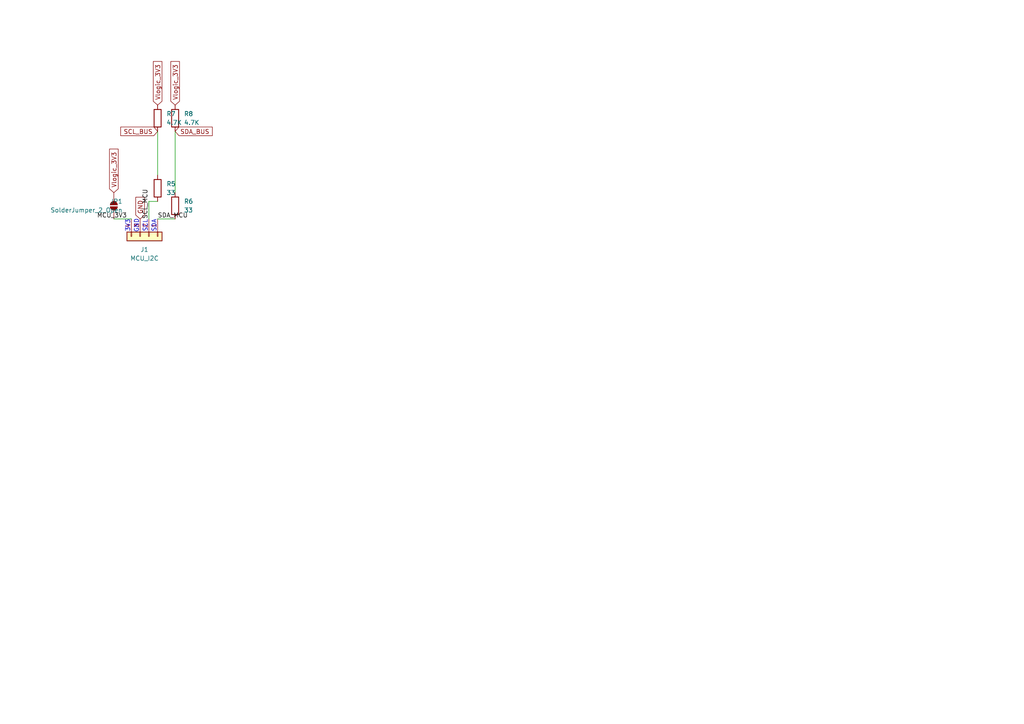
<source format=kicad_sch>
(kicad_sch
	(version 20250114)
	(generator "eeschema")
	(generator_version "9.0")
	(uuid "bc5e802d-00e3-45d5-a029-e78f4234400d")
	(paper "A4")
	(lib_symbols
		(symbol "Connector_Generic:Conn_01x04"
			(pin_names
				(offset 1.016)
				(hide yes)
			)
			(exclude_from_sim no)
			(in_bom yes)
			(on_board yes)
			(property "Reference" "J"
				(at 0 5.08 0)
				(effects
					(font
						(size 1.27 1.27)
					)
				)
			)
			(property "Value" "Conn_01x04"
				(at 0 -7.62 0)
				(effects
					(font
						(size 1.27 1.27)
					)
				)
			)
			(property "Footprint" ""
				(at 0 0 0)
				(effects
					(font
						(size 1.27 1.27)
					)
					(hide yes)
				)
			)
			(property "Datasheet" "~"
				(at 0 0 0)
				(effects
					(font
						(size 1.27 1.27)
					)
					(hide yes)
				)
			)
			(property "Description" "Generic connector, single row, 01x04, script generated (kicad-library-utils/schlib/autogen/connector/)"
				(at 0 0 0)
				(effects
					(font
						(size 1.27 1.27)
					)
					(hide yes)
				)
			)
			(property "ki_keywords" "connector"
				(at 0 0 0)
				(effects
					(font
						(size 1.27 1.27)
					)
					(hide yes)
				)
			)
			(property "ki_fp_filters" "Connector*:*_1x??_*"
				(at 0 0 0)
				(effects
					(font
						(size 1.27 1.27)
					)
					(hide yes)
				)
			)
			(symbol "Conn_01x04_1_1"
				(rectangle
					(start -1.27 3.81)
					(end 1.27 -6.35)
					(stroke
						(width 0.254)
						(type default)
					)
					(fill
						(type background)
					)
				)
				(rectangle
					(start -1.27 2.667)
					(end 0 2.413)
					(stroke
						(width 0.1524)
						(type default)
					)
					(fill
						(type none)
					)
				)
				(rectangle
					(start -1.27 0.127)
					(end 0 -0.127)
					(stroke
						(width 0.1524)
						(type default)
					)
					(fill
						(type none)
					)
				)
				(rectangle
					(start -1.27 -2.413)
					(end 0 -2.667)
					(stroke
						(width 0.1524)
						(type default)
					)
					(fill
						(type none)
					)
				)
				(rectangle
					(start -1.27 -4.953)
					(end 0 -5.207)
					(stroke
						(width 0.1524)
						(type default)
					)
					(fill
						(type none)
					)
				)
				(pin passive line
					(at -5.08 2.54 0)
					(length 3.81)
					(name "Pin_1"
						(effects
							(font
								(size 1.27 1.27)
							)
						)
					)
					(number "1"
						(effects
							(font
								(size 1.27 1.27)
							)
						)
					)
				)
				(pin passive line
					(at -5.08 0 0)
					(length 3.81)
					(name "Pin_2"
						(effects
							(font
								(size 1.27 1.27)
							)
						)
					)
					(number "2"
						(effects
							(font
								(size 1.27 1.27)
							)
						)
					)
				)
				(pin passive line
					(at -5.08 -2.54 0)
					(length 3.81)
					(name "Pin_3"
						(effects
							(font
								(size 1.27 1.27)
							)
						)
					)
					(number "3"
						(effects
							(font
								(size 1.27 1.27)
							)
						)
					)
				)
				(pin passive line
					(at -5.08 -5.08 0)
					(length 3.81)
					(name "Pin_4"
						(effects
							(font
								(size 1.27 1.27)
							)
						)
					)
					(number "4"
						(effects
							(font
								(size 1.27 1.27)
							)
						)
					)
				)
			)
			(embedded_fonts no)
		)
		(symbol "Device:R"
			(pin_numbers
				(hide yes)
			)
			(pin_names
				(offset 0)
			)
			(exclude_from_sim no)
			(in_bom yes)
			(on_board yes)
			(property "Reference" "R"
				(at 2.032 0 90)
				(effects
					(font
						(size 1.27 1.27)
					)
				)
			)
			(property "Value" "R"
				(at 0 0 90)
				(effects
					(font
						(size 1.27 1.27)
					)
				)
			)
			(property "Footprint" ""
				(at -1.778 0 90)
				(effects
					(font
						(size 1.27 1.27)
					)
					(hide yes)
				)
			)
			(property "Datasheet" "~"
				(at 0 0 0)
				(effects
					(font
						(size 1.27 1.27)
					)
					(hide yes)
				)
			)
			(property "Description" "Resistor"
				(at 0 0 0)
				(effects
					(font
						(size 1.27 1.27)
					)
					(hide yes)
				)
			)
			(property "ki_keywords" "R res resistor"
				(at 0 0 0)
				(effects
					(font
						(size 1.27 1.27)
					)
					(hide yes)
				)
			)
			(property "ki_fp_filters" "R_*"
				(at 0 0 0)
				(effects
					(font
						(size 1.27 1.27)
					)
					(hide yes)
				)
			)
			(symbol "R_0_1"
				(rectangle
					(start -1.016 -2.54)
					(end 1.016 2.54)
					(stroke
						(width 0.254)
						(type default)
					)
					(fill
						(type none)
					)
				)
			)
			(symbol "R_1_1"
				(pin passive line
					(at 0 3.81 270)
					(length 1.27)
					(name "~"
						(effects
							(font
								(size 1.27 1.27)
							)
						)
					)
					(number "1"
						(effects
							(font
								(size 1.27 1.27)
							)
						)
					)
				)
				(pin passive line
					(at 0 -3.81 90)
					(length 1.27)
					(name "~"
						(effects
							(font
								(size 1.27 1.27)
							)
						)
					)
					(number "2"
						(effects
							(font
								(size 1.27 1.27)
							)
						)
					)
				)
			)
			(embedded_fonts no)
		)
		(symbol "Jumper:SolderJumper_2_Open"
			(pin_numbers
				(hide yes)
			)
			(pin_names
				(offset 0)
				(hide yes)
			)
			(exclude_from_sim no)
			(in_bom no)
			(on_board yes)
			(property "Reference" "JP"
				(at 0 2.032 0)
				(effects
					(font
						(size 1.27 1.27)
					)
				)
			)
			(property "Value" "SolderJumper_2_Open"
				(at 0 -2.54 0)
				(effects
					(font
						(size 1.27 1.27)
					)
				)
			)
			(property "Footprint" ""
				(at 0 0 0)
				(effects
					(font
						(size 1.27 1.27)
					)
					(hide yes)
				)
			)
			(property "Datasheet" "~"
				(at 0 0 0)
				(effects
					(font
						(size 1.27 1.27)
					)
					(hide yes)
				)
			)
			(property "Description" "Solder Jumper, 2-pole, open"
				(at 0 0 0)
				(effects
					(font
						(size 1.27 1.27)
					)
					(hide yes)
				)
			)
			(property "ki_keywords" "solder jumper SPST"
				(at 0 0 0)
				(effects
					(font
						(size 1.27 1.27)
					)
					(hide yes)
				)
			)
			(property "ki_fp_filters" "SolderJumper*Open*"
				(at 0 0 0)
				(effects
					(font
						(size 1.27 1.27)
					)
					(hide yes)
				)
			)
			(symbol "SolderJumper_2_Open_0_1"
				(polyline
					(pts
						(xy -0.254 1.016) (xy -0.254 -1.016)
					)
					(stroke
						(width 0)
						(type default)
					)
					(fill
						(type none)
					)
				)
				(arc
					(start -0.254 -1.016)
					(mid -1.2656 0)
					(end -0.254 1.016)
					(stroke
						(width 0)
						(type default)
					)
					(fill
						(type none)
					)
				)
				(arc
					(start -0.254 -1.016)
					(mid -1.2656 0)
					(end -0.254 1.016)
					(stroke
						(width 0)
						(type default)
					)
					(fill
						(type outline)
					)
				)
				(arc
					(start 0.254 1.016)
					(mid 1.2656 0)
					(end 0.254 -1.016)
					(stroke
						(width 0)
						(type default)
					)
					(fill
						(type none)
					)
				)
				(arc
					(start 0.254 1.016)
					(mid 1.2656 0)
					(end 0.254 -1.016)
					(stroke
						(width 0)
						(type default)
					)
					(fill
						(type outline)
					)
				)
				(polyline
					(pts
						(xy 0.254 1.016) (xy 0.254 -1.016)
					)
					(stroke
						(width 0)
						(type default)
					)
					(fill
						(type none)
					)
				)
			)
			(symbol "SolderJumper_2_Open_1_1"
				(pin passive line
					(at -3.81 0 0)
					(length 2.54)
					(name "A"
						(effects
							(font
								(size 1.27 1.27)
							)
						)
					)
					(number "1"
						(effects
							(font
								(size 1.27 1.27)
							)
						)
					)
				)
				(pin passive line
					(at 3.81 0 180)
					(length 2.54)
					(name "B"
						(effects
							(font
								(size 1.27 1.27)
							)
						)
					)
					(number "2"
						(effects
							(font
								(size 1.27 1.27)
							)
						)
					)
				)
			)
			(embedded_fonts no)
		)
	)
	(text "SDA"
		(exclude_from_sim no)
		(at 44.704 65.532 90)
		(effects
			(font
				(size 1.27 1.27)
			)
		)
		(uuid "2d962f96-1287-4889-aec0-7b39baef16af")
	)
	(text "SCL"
		(exclude_from_sim no)
		(at 42.164 65.532 90)
		(effects
			(font
				(size 1.27 1.27)
			)
		)
		(uuid "3cee268a-8c41-4e14-9c7e-716c2eb9689e")
	)
	(text "3V3"
		(exclude_from_sim no)
		(at 37.084 65.532 90)
		(effects
			(font
				(size 1.27 1.27)
			)
		)
		(uuid "62d48e9a-e670-4eb5-beaf-b951d59c785a")
	)
	(text "GND"
		(exclude_from_sim no)
		(at 39.624 65.532 90)
		(effects
			(font
				(size 1.27 1.27)
			)
		)
		(uuid "d3ba53c2-972f-4adc-b21d-835d6950eb84")
	)
	(wire
		(pts
			(xy 45.72 63.5) (xy 50.8 63.5)
		)
		(stroke
			(width 0)
			(type default)
		)
		(uuid "06823655-b705-4692-b3af-d4c8486d5bda")
	)
	(wire
		(pts
			(xy 45.72 38.1) (xy 45.72 50.8)
		)
		(stroke
			(width 0)
			(type default)
		)
		(uuid "22154704-ce18-4146-9526-b7cd194d9716")
	)
	(wire
		(pts
			(xy 50.8 38.1) (xy 50.8 55.88)
		)
		(stroke
			(width 0)
			(type default)
		)
		(uuid "95f9f1ed-dca8-4673-be4d-525469ca4b27")
	)
	(wire
		(pts
			(xy 38.1 63.5) (xy 33.02 63.5)
		)
		(stroke
			(width 0)
			(type default)
		)
		(uuid "ac4bafb2-17b1-436b-8157-4e7f236cf301")
	)
	(wire
		(pts
			(xy 43.18 58.42) (xy 43.18 63.5)
		)
		(stroke
			(width 0)
			(type default)
		)
		(uuid "b90d742f-59eb-457e-9937-6dad8fc1ede6")
	)
	(wire
		(pts
			(xy 43.18 58.42) (xy 45.72 58.42)
		)
		(stroke
			(width 0)
			(type default)
		)
		(uuid "ee3b589a-098b-4b84-a42d-b881caf3eb97")
	)
	(label "MCU_3V3"
		(at 36.83 63.5 180)
		(effects
			(font
				(size 1.27 1.27)
			)
			(justify right bottom)
		)
		(uuid "8744044a-d39e-44d3-a5c0-5af3fbe91bd4")
	)
	(label "SCL_MCU"
		(at 43.18 63.5 90)
		(effects
			(font
				(size 1.27 1.27)
			)
			(justify left bottom)
		)
		(uuid "a78a5537-e66b-4e06-9d84-f1ff208d3251")
	)
	(label "SDA_MCU"
		(at 45.72 63.5 0)
		(effects
			(font
				(size 1.27 1.27)
			)
			(justify left bottom)
		)
		(uuid "f2f9f270-ddd7-46c4-9a56-2beac008330d")
	)
	(global_label "SDA_BUS"
		(shape input)
		(at 50.8 38.1 0)
		(fields_autoplaced yes)
		(effects
			(font
				(size 1.27 1.27)
			)
			(justify left)
		)
		(uuid "231b4284-60f1-45a7-bccb-2b493ae74c73")
		(property "Intersheetrefs" "${INTERSHEET_REFS}"
			(at 62.1309 38.1 0)
			(effects
				(font
					(size 1.27 1.27)
				)
				(justify left)
				(hide yes)
			)
		)
	)
	(global_label "GND"
		(shape input)
		(at 40.64 63.5 90)
		(fields_autoplaced yes)
		(effects
			(font
				(size 1.27 1.27)
			)
			(justify left)
		)
		(uuid "4980f8d4-81e6-428d-8973-3eabaafa8926")
		(property "Intersheetrefs" "${INTERSHEET_REFS}"
			(at 40.64 56.6443 90)
			(effects
				(font
					(size 1.27 1.27)
				)
				(justify left)
				(hide yes)
			)
		)
	)
	(global_label "Vlogic_3V3"
		(shape input)
		(at 50.8 30.48 90)
		(fields_autoplaced yes)
		(effects
			(font
				(size 1.27 1.27)
			)
			(justify left)
		)
		(uuid "7376daa9-fb6f-474a-8166-a9aa7f11e221")
		(property "Intersheetrefs" "${INTERSHEET_REFS}"
			(at 50.8 17.2744 90)
			(effects
				(font
					(size 1.27 1.27)
				)
				(justify left)
				(hide yes)
			)
		)
	)
	(global_label "SCL_BUS"
		(shape input)
		(at 45.72 38.1 180)
		(fields_autoplaced yes)
		(effects
			(font
				(size 1.27 1.27)
			)
			(justify right)
		)
		(uuid "a546e1da-2ac9-4968-9c3d-96a598d9c9be")
		(property "Intersheetrefs" "${INTERSHEET_REFS}"
			(at 34.4496 38.1 0)
			(effects
				(font
					(size 1.27 1.27)
				)
				(justify right)
				(hide yes)
			)
		)
	)
	(global_label "Vlogic_3V3"
		(shape input)
		(at 33.02 55.88 90)
		(fields_autoplaced yes)
		(effects
			(font
				(size 1.27 1.27)
			)
			(justify left)
		)
		(uuid "ac290457-191a-4422-8010-8ab579e38ae0")
		(property "Intersheetrefs" "${INTERSHEET_REFS}"
			(at 33.02 42.6744 90)
			(effects
				(font
					(size 1.27 1.27)
				)
				(justify left)
				(hide yes)
			)
		)
	)
	(global_label "Vlogic_3V3"
		(shape input)
		(at 45.72 30.48 90)
		(fields_autoplaced yes)
		(effects
			(font
				(size 1.27 1.27)
			)
			(justify left)
		)
		(uuid "b2dd9896-0990-451f-aaad-4988fccd0fea")
		(property "Intersheetrefs" "${INTERSHEET_REFS}"
			(at 45.72 17.2744 90)
			(effects
				(font
					(size 1.27 1.27)
				)
				(justify left)
				(hide yes)
			)
		)
	)
	(symbol
		(lib_id "Connector_Generic:Conn_01x04")
		(at 43.18 68.58 270)
		(unit 1)
		(exclude_from_sim no)
		(in_bom yes)
		(on_board yes)
		(dnp no)
		(fields_autoplaced yes)
		(uuid "0179e1ba-4616-4839-8271-ff48bfdb040a")
		(property "Reference" "J1"
			(at 41.91 72.39 90)
			(effects
				(font
					(size 1.27 1.27)
				)
			)
		)
		(property "Value" "MCU_I2C"
			(at 41.91 74.93 90)
			(effects
				(font
					(size 1.27 1.27)
				)
			)
		)
		(property "Footprint" "Connector_PinSocket_2.54mm:PinSocket_1x04_P2.54mm_Vertical"
			(at 43.18 68.58 0)
			(effects
				(font
					(size 1.27 1.27)
				)
				(hide yes)
			)
		)
		(property "Datasheet" "~"
			(at 43.18 68.58 0)
			(effects
				(font
					(size 1.27 1.27)
				)
				(hide yes)
			)
		)
		(property "Description" "Generic connector, single row, 01x04, script generated (kicad-library-utils/schlib/autogen/connector/)"
			(at 43.18 68.58 0)
			(effects
				(font
					(size 1.27 1.27)
				)
				(hide yes)
			)
		)
		(property "LCSC" "C5116530"
			(at 43.18 68.58 90)
			(effects
				(font
					(size 1.27 1.27)
				)
				(hide yes)
			)
		)
		(pin "1"
			(uuid "f1edf069-d1dc-49fb-9258-97c118484da2")
		)
		(pin "2"
			(uuid "639d715a-4fbd-47b3-990f-3acd52ba0777")
		)
		(pin "3"
			(uuid "5129fae4-ce70-4636-ad93-5b8172481683")
		)
		(pin "4"
			(uuid "d38a9e11-ca71-4210-b0b9-5100526b1f03")
		)
		(instances
			(project ""
				(path "/c8d0e3cf-b697-430c-b4f3-c5285558b4ca/0c39946e-021f-4114-8bd3-16f2fc1a7bfc"
					(reference "J1")
					(unit 1)
				)
			)
		)
	)
	(symbol
		(lib_id "Device:R")
		(at 50.8 59.69 0)
		(unit 1)
		(exclude_from_sim no)
		(in_bom yes)
		(on_board yes)
		(dnp no)
		(fields_autoplaced yes)
		(uuid "65df273c-53e6-4511-9349-808c163e27cd")
		(property "Reference" "R6"
			(at 53.34 58.4199 0)
			(effects
				(font
					(size 1.27 1.27)
				)
				(justify left)
			)
		)
		(property "Value" "33"
			(at 53.34 60.9599 0)
			(effects
				(font
					(size 1.27 1.27)
				)
				(justify left)
			)
		)
		(property "Footprint" "Resistor_SMD:R_0805_2012Metric"
			(at 49.022 59.69 90)
			(effects
				(font
					(size 1.27 1.27)
				)
				(hide yes)
			)
		)
		(property "Datasheet" "~"
			(at 50.8 59.69 0)
			(effects
				(font
					(size 1.27 1.27)
				)
				(hide yes)
			)
		)
		(property "Description" "Resistor"
			(at 50.8 59.69 0)
			(effects
				(font
					(size 1.27 1.27)
				)
				(hide yes)
			)
		)
		(property "LCSC" "C17634"
			(at 50.8 59.69 0)
			(effects
				(font
					(size 1.27 1.27)
				)
				(hide yes)
			)
		)
		(pin "1"
			(uuid "89f867d9-1c04-4ae7-ad82-5bb0b81790d9")
		)
		(pin "2"
			(uuid "7637d9cf-f0d2-4935-b16b-75da3f3f03b8")
		)
		(instances
			(project ""
				(path "/c8d0e3cf-b697-430c-b4f3-c5285558b4ca/0c39946e-021f-4114-8bd3-16f2fc1a7bfc"
					(reference "R6")
					(unit 1)
				)
			)
		)
	)
	(symbol
		(lib_id "Device:R")
		(at 45.72 54.61 0)
		(unit 1)
		(exclude_from_sim no)
		(in_bom yes)
		(on_board yes)
		(dnp no)
		(fields_autoplaced yes)
		(uuid "8a778d64-e509-411e-b527-0f740e95650d")
		(property "Reference" "R5"
			(at 48.26 53.3399 0)
			(effects
				(font
					(size 1.27 1.27)
				)
				(justify left)
			)
		)
		(property "Value" "33"
			(at 48.26 55.8799 0)
			(effects
				(font
					(size 1.27 1.27)
				)
				(justify left)
			)
		)
		(property "Footprint" "Resistor_SMD:R_0805_2012Metric"
			(at 43.942 54.61 90)
			(effects
				(font
					(size 1.27 1.27)
				)
				(hide yes)
			)
		)
		(property "Datasheet" "~"
			(at 45.72 54.61 0)
			(effects
				(font
					(size 1.27 1.27)
				)
				(hide yes)
			)
		)
		(property "Description" "Resistor"
			(at 45.72 54.61 0)
			(effects
				(font
					(size 1.27 1.27)
				)
				(hide yes)
			)
		)
		(property "LCSC" "C17634"
			(at 45.72 54.61 0)
			(effects
				(font
					(size 1.27 1.27)
				)
				(hide yes)
			)
		)
		(pin "2"
			(uuid "2fdec009-ae33-4744-bc2c-3f0f4b335f3d")
		)
		(pin "1"
			(uuid "f13c5c38-4aae-449d-b42c-724b2145e2d8")
		)
		(instances
			(project ""
				(path "/c8d0e3cf-b697-430c-b4f3-c5285558b4ca/0c39946e-021f-4114-8bd3-16f2fc1a7bfc"
					(reference "R5")
					(unit 1)
				)
			)
		)
	)
	(symbol
		(lib_id "Device:R")
		(at 45.72 34.29 0)
		(unit 1)
		(exclude_from_sim no)
		(in_bom yes)
		(on_board yes)
		(dnp no)
		(fields_autoplaced yes)
		(uuid "ddd8f074-ad8d-4832-a079-983496513b57")
		(property "Reference" "R7"
			(at 48.26 33.0199 0)
			(effects
				(font
					(size 1.27 1.27)
				)
				(justify left)
			)
		)
		(property "Value" "4.7K"
			(at 48.26 35.5599 0)
			(effects
				(font
					(size 1.27 1.27)
				)
				(justify left)
			)
		)
		(property "Footprint" "Resistor_SMD:R_0805_2012Metric"
			(at 43.942 34.29 90)
			(effects
				(font
					(size 1.27 1.27)
				)
				(hide yes)
			)
		)
		(property "Datasheet" "~"
			(at 45.72 34.29 0)
			(effects
				(font
					(size 1.27 1.27)
				)
				(hide yes)
			)
		)
		(property "Description" "Resistor"
			(at 45.72 34.29 0)
			(effects
				(font
					(size 1.27 1.27)
				)
				(hide yes)
			)
		)
		(property "LCSC" "C17673"
			(at 45.72 34.29 0)
			(effects
				(font
					(size 1.27 1.27)
				)
				(hide yes)
			)
		)
		(pin "1"
			(uuid "27dda37b-a8f3-4d92-9763-5c688118da53")
		)
		(pin "2"
			(uuid "fd554047-1530-4aaf-8edc-1a52519d50da")
		)
		(instances
			(project ""
				(path "/c8d0e3cf-b697-430c-b4f3-c5285558b4ca/0c39946e-021f-4114-8bd3-16f2fc1a7bfc"
					(reference "R7")
					(unit 1)
				)
			)
		)
	)
	(symbol
		(lib_id "Jumper:SolderJumper_2_Open")
		(at 33.02 59.69 90)
		(unit 1)
		(exclude_from_sim no)
		(in_bom no)
		(on_board yes)
		(dnp no)
		(fields_autoplaced yes)
		(uuid "e6e9d88b-33ec-4912-a3e0-08ac32fdfbb0")
		(property "Reference" "JP1"
			(at 35.56 58.4199 90)
			(effects
				(font
					(size 1.27 1.27)
				)
				(justify left)
			)
		)
		(property "Value" "SolderJumper_2_Open"
			(at 35.56 60.9599 90)
			(effects
				(font
					(size 1.27 1.27)
				)
				(justify left)
			)
		)
		(property "Footprint" "Jumper:SolderJumper-2_P1.3mm_Open_RoundedPad1.0x1.5mm"
			(at 33.02 59.69 0)
			(effects
				(font
					(size 1.27 1.27)
				)
				(hide yes)
			)
		)
		(property "Datasheet" "~"
			(at 33.02 59.69 0)
			(effects
				(font
					(size 1.27 1.27)
				)
				(hide yes)
			)
		)
		(property "Description" "Solder Jumper, 2-pole, open"
			(at 33.02 59.69 0)
			(effects
				(font
					(size 1.27 1.27)
				)
				(hide yes)
			)
		)
		(property "LCSC" ""
			(at 33.02 59.69 90)
			(effects
				(font
					(size 1.27 1.27)
				)
				(hide yes)
			)
		)
		(pin "2"
			(uuid "98868e55-e8fb-4a6c-b503-d7f8ed60408a")
		)
		(pin "1"
			(uuid "6597d22b-b98e-49b8-9698-b015794c5433")
		)
		(instances
			(project ""
				(path "/c8d0e3cf-b697-430c-b4f3-c5285558b4ca/0c39946e-021f-4114-8bd3-16f2fc1a7bfc"
					(reference "JP1")
					(unit 1)
				)
			)
		)
	)
	(symbol
		(lib_id "Device:R")
		(at 50.8 34.29 0)
		(unit 1)
		(exclude_from_sim no)
		(in_bom yes)
		(on_board yes)
		(dnp no)
		(fields_autoplaced yes)
		(uuid "f60f850c-680d-485a-b7a6-45e3fb9a6775")
		(property "Reference" "R8"
			(at 53.34 33.0199 0)
			(effects
				(font
					(size 1.27 1.27)
				)
				(justify left)
			)
		)
		(property "Value" "4.7K"
			(at 53.34 35.5599 0)
			(effects
				(font
					(size 1.27 1.27)
				)
				(justify left)
			)
		)
		(property "Footprint" "Resistor_SMD:R_0805_2012Metric"
			(at 49.022 34.29 90)
			(effects
				(font
					(size 1.27 1.27)
				)
				(hide yes)
			)
		)
		(property "Datasheet" "~"
			(at 50.8 34.29 0)
			(effects
				(font
					(size 1.27 1.27)
				)
				(hide yes)
			)
		)
		(property "Description" "Resistor"
			(at 50.8 34.29 0)
			(effects
				(font
					(size 1.27 1.27)
				)
				(hide yes)
			)
		)
		(property "LCSC" "C17673"
			(at 50.8 34.29 0)
			(effects
				(font
					(size 1.27 1.27)
				)
				(hide yes)
			)
		)
		(pin "2"
			(uuid "635a19db-9273-4d60-ab28-2ee2a12d895f")
		)
		(pin "1"
			(uuid "1b8c15ac-259a-4cf3-af32-4f89e8a2e77d")
		)
		(instances
			(project ""
				(path "/c8d0e3cf-b697-430c-b4f3-c5285558b4ca/0c39946e-021f-4114-8bd3-16f2fc1a7bfc"
					(reference "R8")
					(unit 1)
				)
			)
		)
	)
)

</source>
